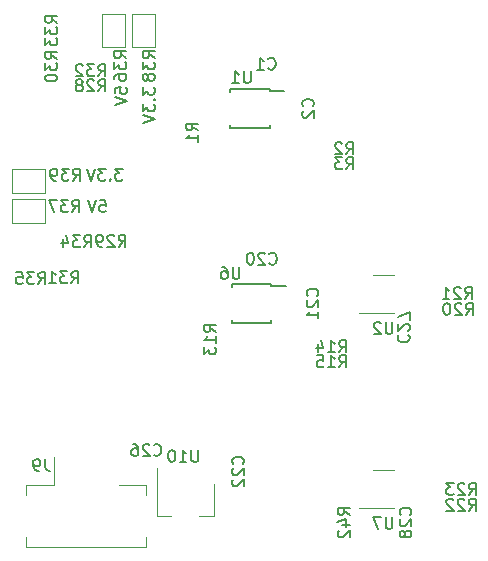
<source format=gbo>
G04 #@! TF.GenerationSoftware,KiCad,Pcbnew,(5.1.5)-3*
G04 #@! TF.CreationDate,2022-07-01T00:55:21+09:00*
G04 #@! TF.ProjectId,RP_MD,52505f4d-442e-46b6-9963-61645f706362,rev?*
G04 #@! TF.SameCoordinates,Original*
G04 #@! TF.FileFunction,Legend,Bot*
G04 #@! TF.FilePolarity,Positive*
%FSLAX46Y46*%
G04 Gerber Fmt 4.6, Leading zero omitted, Abs format (unit mm)*
G04 Created by KiCad (PCBNEW (5.1.5)-3) date 2022-07-01 00:55:21*
%MOMM*%
%LPD*%
G04 APERTURE LIST*
%ADD10C,0.150000*%
%ADD11C,0.120000*%
G04 APERTURE END LIST*
D10*
X120776976Y-70762880D02*
X121253166Y-70762880D01*
X121300785Y-71239071D01*
X121253166Y-71191452D01*
X121157928Y-71143833D01*
X120919833Y-71143833D01*
X120824595Y-71191452D01*
X120776976Y-71239071D01*
X120729357Y-71334309D01*
X120729357Y-71572404D01*
X120776976Y-71667642D01*
X120824595Y-71715261D01*
X120919833Y-71762880D01*
X121157928Y-71762880D01*
X121253166Y-71715261D01*
X121300785Y-71667642D01*
X120443642Y-70762880D02*
X120110309Y-71762880D01*
X119776976Y-70762880D01*
X122697690Y-68095880D02*
X122078642Y-68095880D01*
X122411976Y-68476833D01*
X122269119Y-68476833D01*
X122173880Y-68524452D01*
X122126261Y-68572071D01*
X122078642Y-68667309D01*
X122078642Y-68905404D01*
X122126261Y-69000642D01*
X122173880Y-69048261D01*
X122269119Y-69095880D01*
X122554833Y-69095880D01*
X122650071Y-69048261D01*
X122697690Y-69000642D01*
X121650071Y-69000642D02*
X121602452Y-69048261D01*
X121650071Y-69095880D01*
X121697690Y-69048261D01*
X121650071Y-69000642D01*
X121650071Y-69095880D01*
X121269119Y-68095880D02*
X120650071Y-68095880D01*
X120983404Y-68476833D01*
X120840547Y-68476833D01*
X120745309Y-68524452D01*
X120697690Y-68572071D01*
X120650071Y-68667309D01*
X120650071Y-68905404D01*
X120697690Y-69000642D01*
X120745309Y-69048261D01*
X120840547Y-69095880D01*
X121126261Y-69095880D01*
X121221500Y-69048261D01*
X121269119Y-69000642D01*
X120364357Y-68095880D02*
X120031023Y-69095880D01*
X119697690Y-68095880D01*
X122070880Y-61722023D02*
X122070880Y-61245833D01*
X122547071Y-61198214D01*
X122499452Y-61245833D01*
X122451833Y-61341071D01*
X122451833Y-61579166D01*
X122499452Y-61674404D01*
X122547071Y-61722023D01*
X122642309Y-61769642D01*
X122880404Y-61769642D01*
X122975642Y-61722023D01*
X123023261Y-61674404D01*
X123070880Y-61579166D01*
X123070880Y-61341071D01*
X123023261Y-61245833D01*
X122975642Y-61198214D01*
X122070880Y-62055357D02*
X123070880Y-62388690D01*
X122070880Y-62722023D01*
X124420380Y-61198309D02*
X124420380Y-61817357D01*
X124801333Y-61484023D01*
X124801333Y-61626880D01*
X124848952Y-61722119D01*
X124896571Y-61769738D01*
X124991809Y-61817357D01*
X125229904Y-61817357D01*
X125325142Y-61769738D01*
X125372761Y-61722119D01*
X125420380Y-61626880D01*
X125420380Y-61341166D01*
X125372761Y-61245928D01*
X125325142Y-61198309D01*
X125325142Y-62245928D02*
X125372761Y-62293547D01*
X125420380Y-62245928D01*
X125372761Y-62198309D01*
X125325142Y-62245928D01*
X125420380Y-62245928D01*
X124420380Y-62626880D02*
X124420380Y-63245928D01*
X124801333Y-62912595D01*
X124801333Y-63055452D01*
X124848952Y-63150690D01*
X124896571Y-63198309D01*
X124991809Y-63245928D01*
X125229904Y-63245928D01*
X125325142Y-63198309D01*
X125372761Y-63150690D01*
X125420380Y-63055452D01*
X125420380Y-62769738D01*
X125372761Y-62674500D01*
X125325142Y-62626880D01*
X124420380Y-63531642D02*
X125420380Y-63864976D01*
X124420380Y-64198309D01*
D11*
X124719000Y-100118000D02*
X124719000Y-99268000D01*
X114549000Y-100118000D02*
X124719000Y-100118000D01*
X114549000Y-99268000D02*
X114549000Y-100118000D01*
X124719000Y-94898000D02*
X122394000Y-94898000D01*
X124719000Y-95748000D02*
X124719000Y-94898000D01*
X116874000Y-94898000D02*
X116874000Y-92508000D01*
X114549000Y-94898000D02*
X116874000Y-94898000D01*
X114549000Y-95748000D02*
X114549000Y-94898000D01*
X125616000Y-97474500D02*
X126816000Y-97474500D01*
X125616000Y-93474500D02*
X125616000Y-97474500D01*
X130416000Y-97474500D02*
X130416000Y-94774500D01*
X129216000Y-97474500D02*
X130416000Y-97474500D01*
X116170000Y-68160000D02*
X113370000Y-68160000D01*
X113370000Y-68160000D02*
X113370000Y-70160000D01*
X113370000Y-70160000D02*
X116170000Y-70160000D01*
X116170000Y-70160000D02*
X116170000Y-68160000D01*
X125460000Y-57780000D02*
X125460000Y-54980000D01*
X125460000Y-54980000D02*
X123460000Y-54980000D01*
X123460000Y-54980000D02*
X123460000Y-57780000D01*
X123460000Y-57780000D02*
X125460000Y-57780000D01*
X116170000Y-70700000D02*
X113370000Y-70700000D01*
X113370000Y-70700000D02*
X113370000Y-72700000D01*
X113370000Y-72700000D02*
X116170000Y-72700000D01*
X116170000Y-72700000D02*
X116170000Y-70700000D01*
X122920000Y-57780000D02*
X122920000Y-54980000D01*
X122920000Y-54980000D02*
X120920000Y-54980000D01*
X120920000Y-54980000D02*
X120920000Y-57780000D01*
X120920000Y-57780000D02*
X122920000Y-57780000D01*
D10*
X135152000Y-61317000D02*
X135152000Y-61542000D01*
X131802000Y-61317000D02*
X131802000Y-61617000D01*
X131802000Y-64667000D02*
X131802000Y-64367000D01*
X135152000Y-64667000D02*
X135152000Y-64367000D01*
X135152000Y-61317000D02*
X131802000Y-61317000D01*
X135152000Y-64667000D02*
X131802000Y-64667000D01*
X135152000Y-61542000D02*
X136377000Y-61542000D01*
X135279000Y-78052000D02*
X136504000Y-78052000D01*
X135279000Y-81177000D02*
X131929000Y-81177000D01*
X135279000Y-77827000D02*
X131929000Y-77827000D01*
X135279000Y-81177000D02*
X135279000Y-80877000D01*
X131929000Y-81177000D02*
X131929000Y-80877000D01*
X131929000Y-77827000D02*
X131929000Y-78127000D01*
X135279000Y-77827000D02*
X135279000Y-78052000D01*
D11*
X145680000Y-80350000D02*
X142730000Y-80350000D01*
X143880000Y-77130000D02*
X145680000Y-77130000D01*
X143880000Y-93640000D02*
X145680000Y-93640000D01*
X145680000Y-96860000D02*
X142730000Y-96860000D01*
D10*
X116157333Y-92670380D02*
X116157333Y-93384666D01*
X116204952Y-93527523D01*
X116300190Y-93622761D01*
X116443047Y-93670380D01*
X116538285Y-93670380D01*
X115633523Y-93670380D02*
X115443047Y-93670380D01*
X115347809Y-93622761D01*
X115300190Y-93575142D01*
X115204952Y-93432285D01*
X115157333Y-93241809D01*
X115157333Y-92860857D01*
X115204952Y-92765619D01*
X115252571Y-92718000D01*
X115347809Y-92670380D01*
X115538285Y-92670380D01*
X115633523Y-92718000D01*
X115681142Y-92765619D01*
X115728761Y-92860857D01*
X115728761Y-93098952D01*
X115681142Y-93194190D01*
X115633523Y-93241809D01*
X115538285Y-93289428D01*
X115347809Y-93289428D01*
X115252571Y-93241809D01*
X115204952Y-93194190D01*
X115157333Y-93098952D01*
X129105595Y-91908380D02*
X129105595Y-92717904D01*
X129057976Y-92813142D01*
X129010357Y-92860761D01*
X128915119Y-92908380D01*
X128724642Y-92908380D01*
X128629404Y-92860761D01*
X128581785Y-92813142D01*
X128534166Y-92717904D01*
X128534166Y-91908380D01*
X127534166Y-92908380D02*
X128105595Y-92908380D01*
X127819880Y-92908380D02*
X127819880Y-91908380D01*
X127915119Y-92051238D01*
X128010357Y-92146476D01*
X128105595Y-92194095D01*
X126915119Y-91908380D02*
X126819880Y-91908380D01*
X126724642Y-91956000D01*
X126677023Y-92003619D01*
X126629404Y-92098857D01*
X126581785Y-92289333D01*
X126581785Y-92527428D01*
X126629404Y-92717904D01*
X126677023Y-92813142D01*
X126724642Y-92860761D01*
X126819880Y-92908380D01*
X126915119Y-92908380D01*
X127010357Y-92860761D01*
X127057976Y-92813142D01*
X127105595Y-92717904D01*
X127153214Y-92527428D01*
X127153214Y-92289333D01*
X127105595Y-92098857D01*
X127057976Y-92003619D01*
X127010357Y-91956000D01*
X126915119Y-91908380D01*
X125356857Y-92305142D02*
X125404476Y-92352761D01*
X125547333Y-92400380D01*
X125642571Y-92400380D01*
X125785428Y-92352761D01*
X125880666Y-92257523D01*
X125928285Y-92162285D01*
X125975904Y-91971809D01*
X125975904Y-91828952D01*
X125928285Y-91638476D01*
X125880666Y-91543238D01*
X125785428Y-91448000D01*
X125642571Y-91400380D01*
X125547333Y-91400380D01*
X125404476Y-91448000D01*
X125356857Y-91495619D01*
X124975904Y-91495619D02*
X124928285Y-91448000D01*
X124833047Y-91400380D01*
X124594952Y-91400380D01*
X124499714Y-91448000D01*
X124452095Y-91495619D01*
X124404476Y-91590857D01*
X124404476Y-91686095D01*
X124452095Y-91828952D01*
X125023523Y-92400380D01*
X124404476Y-92400380D01*
X123547333Y-91400380D02*
X123737809Y-91400380D01*
X123833047Y-91448000D01*
X123880666Y-91495619D01*
X123975904Y-91638476D01*
X124023523Y-91828952D01*
X124023523Y-92209904D01*
X123975904Y-92305142D01*
X123928285Y-92352761D01*
X123833047Y-92400380D01*
X123642571Y-92400380D01*
X123547333Y-92352761D01*
X123499714Y-92305142D01*
X123452095Y-92209904D01*
X123452095Y-91971809D01*
X123499714Y-91876571D01*
X123547333Y-91828952D01*
X123642571Y-91781333D01*
X123833047Y-91781333D01*
X123928285Y-91828952D01*
X123975904Y-91876571D01*
X124023523Y-91971809D01*
X132881642Y-93083142D02*
X132929261Y-93035523D01*
X132976880Y-92892666D01*
X132976880Y-92797428D01*
X132929261Y-92654571D01*
X132834023Y-92559333D01*
X132738785Y-92511714D01*
X132548309Y-92464095D01*
X132405452Y-92464095D01*
X132214976Y-92511714D01*
X132119738Y-92559333D01*
X132024500Y-92654571D01*
X131976880Y-92797428D01*
X131976880Y-92892666D01*
X132024500Y-93035523D01*
X132072119Y-93083142D01*
X132072119Y-93464095D02*
X132024500Y-93511714D01*
X131976880Y-93606952D01*
X131976880Y-93845047D01*
X132024500Y-93940285D01*
X132072119Y-93987904D01*
X132167357Y-94035523D01*
X132262595Y-94035523D01*
X132405452Y-93987904D01*
X132976880Y-93416476D01*
X132976880Y-94035523D01*
X132072119Y-94416476D02*
X132024500Y-94464095D01*
X131976880Y-94559333D01*
X131976880Y-94797428D01*
X132024500Y-94892666D01*
X132072119Y-94940285D01*
X132167357Y-94987904D01*
X132262595Y-94987904D01*
X132405452Y-94940285D01*
X132976880Y-94368857D01*
X132976880Y-94987904D01*
X141041357Y-84907380D02*
X141374690Y-84431190D01*
X141612785Y-84907380D02*
X141612785Y-83907380D01*
X141231833Y-83907380D01*
X141136595Y-83955000D01*
X141088976Y-84002619D01*
X141041357Y-84097857D01*
X141041357Y-84240714D01*
X141088976Y-84335952D01*
X141136595Y-84383571D01*
X141231833Y-84431190D01*
X141612785Y-84431190D01*
X140088976Y-84907380D02*
X140660404Y-84907380D01*
X140374690Y-84907380D02*
X140374690Y-83907380D01*
X140469928Y-84050238D01*
X140565166Y-84145476D01*
X140660404Y-84193095D01*
X139184214Y-83907380D02*
X139660404Y-83907380D01*
X139708023Y-84383571D01*
X139660404Y-84335952D01*
X139565166Y-84288333D01*
X139327071Y-84288333D01*
X139231833Y-84335952D01*
X139184214Y-84383571D01*
X139136595Y-84478809D01*
X139136595Y-84716904D01*
X139184214Y-84812142D01*
X139231833Y-84859761D01*
X139327071Y-84907380D01*
X139565166Y-84907380D01*
X139660404Y-84859761D01*
X139708023Y-84812142D01*
X118498857Y-69095880D02*
X118832190Y-68619690D01*
X119070285Y-69095880D02*
X119070285Y-68095880D01*
X118689333Y-68095880D01*
X118594095Y-68143500D01*
X118546476Y-68191119D01*
X118498857Y-68286357D01*
X118498857Y-68429214D01*
X118546476Y-68524452D01*
X118594095Y-68572071D01*
X118689333Y-68619690D01*
X119070285Y-68619690D01*
X118165523Y-68095880D02*
X117546476Y-68095880D01*
X117879809Y-68476833D01*
X117736952Y-68476833D01*
X117641714Y-68524452D01*
X117594095Y-68572071D01*
X117546476Y-68667309D01*
X117546476Y-68905404D01*
X117594095Y-69000642D01*
X117641714Y-69048261D01*
X117736952Y-69095880D01*
X118022666Y-69095880D01*
X118117904Y-69048261D01*
X118165523Y-69000642D01*
X117070285Y-69095880D02*
X116879809Y-69095880D01*
X116784571Y-69048261D01*
X116736952Y-69000642D01*
X116641714Y-68857785D01*
X116594095Y-68667309D01*
X116594095Y-68286357D01*
X116641714Y-68191119D01*
X116689333Y-68143500D01*
X116784571Y-68095880D01*
X116975047Y-68095880D01*
X117070285Y-68143500D01*
X117117904Y-68191119D01*
X117165523Y-68286357D01*
X117165523Y-68524452D01*
X117117904Y-68619690D01*
X117070285Y-68667309D01*
X116975047Y-68714928D01*
X116784571Y-68714928D01*
X116689333Y-68667309D01*
X116641714Y-68619690D01*
X116594095Y-68524452D01*
X125420380Y-58729642D02*
X124944190Y-58396309D01*
X125420380Y-58158214D02*
X124420380Y-58158214D01*
X124420380Y-58539166D01*
X124468000Y-58634404D01*
X124515619Y-58682023D01*
X124610857Y-58729642D01*
X124753714Y-58729642D01*
X124848952Y-58682023D01*
X124896571Y-58634404D01*
X124944190Y-58539166D01*
X124944190Y-58158214D01*
X124420380Y-59062976D02*
X124420380Y-59682023D01*
X124801333Y-59348690D01*
X124801333Y-59491547D01*
X124848952Y-59586785D01*
X124896571Y-59634404D01*
X124991809Y-59682023D01*
X125229904Y-59682023D01*
X125325142Y-59634404D01*
X125372761Y-59586785D01*
X125420380Y-59491547D01*
X125420380Y-59205833D01*
X125372761Y-59110595D01*
X125325142Y-59062976D01*
X124848952Y-60253452D02*
X124801333Y-60158214D01*
X124753714Y-60110595D01*
X124658476Y-60062976D01*
X124610857Y-60062976D01*
X124515619Y-60110595D01*
X124468000Y-60158214D01*
X124420380Y-60253452D01*
X124420380Y-60443928D01*
X124468000Y-60539166D01*
X124515619Y-60586785D01*
X124610857Y-60634404D01*
X124658476Y-60634404D01*
X124753714Y-60586785D01*
X124801333Y-60539166D01*
X124848952Y-60443928D01*
X124848952Y-60253452D01*
X124896571Y-60158214D01*
X124944190Y-60110595D01*
X125039428Y-60062976D01*
X125229904Y-60062976D01*
X125325142Y-60110595D01*
X125372761Y-60158214D01*
X125420380Y-60253452D01*
X125420380Y-60443928D01*
X125372761Y-60539166D01*
X125325142Y-60586785D01*
X125229904Y-60634404D01*
X125039428Y-60634404D01*
X124944190Y-60586785D01*
X124896571Y-60539166D01*
X124848952Y-60443928D01*
X118435357Y-71762880D02*
X118768690Y-71286690D01*
X119006785Y-71762880D02*
X119006785Y-70762880D01*
X118625833Y-70762880D01*
X118530595Y-70810500D01*
X118482976Y-70858119D01*
X118435357Y-70953357D01*
X118435357Y-71096214D01*
X118482976Y-71191452D01*
X118530595Y-71239071D01*
X118625833Y-71286690D01*
X119006785Y-71286690D01*
X118102023Y-70762880D02*
X117482976Y-70762880D01*
X117816309Y-71143833D01*
X117673452Y-71143833D01*
X117578214Y-71191452D01*
X117530595Y-71239071D01*
X117482976Y-71334309D01*
X117482976Y-71572404D01*
X117530595Y-71667642D01*
X117578214Y-71715261D01*
X117673452Y-71762880D01*
X117959166Y-71762880D01*
X118054404Y-71715261D01*
X118102023Y-71667642D01*
X117149642Y-70762880D02*
X116482976Y-70762880D01*
X116911547Y-71762880D01*
X123007380Y-58729642D02*
X122531190Y-58396309D01*
X123007380Y-58158214D02*
X122007380Y-58158214D01*
X122007380Y-58539166D01*
X122055000Y-58634404D01*
X122102619Y-58682023D01*
X122197857Y-58729642D01*
X122340714Y-58729642D01*
X122435952Y-58682023D01*
X122483571Y-58634404D01*
X122531190Y-58539166D01*
X122531190Y-58158214D01*
X122007380Y-59062976D02*
X122007380Y-59682023D01*
X122388333Y-59348690D01*
X122388333Y-59491547D01*
X122435952Y-59586785D01*
X122483571Y-59634404D01*
X122578809Y-59682023D01*
X122816904Y-59682023D01*
X122912142Y-59634404D01*
X122959761Y-59586785D01*
X123007380Y-59491547D01*
X123007380Y-59205833D01*
X122959761Y-59110595D01*
X122912142Y-59062976D01*
X122007380Y-60539166D02*
X122007380Y-60348690D01*
X122055000Y-60253452D01*
X122102619Y-60205833D01*
X122245476Y-60110595D01*
X122435952Y-60062976D01*
X122816904Y-60062976D01*
X122912142Y-60110595D01*
X122959761Y-60158214D01*
X123007380Y-60253452D01*
X123007380Y-60443928D01*
X122959761Y-60539166D01*
X122912142Y-60586785D01*
X122816904Y-60634404D01*
X122578809Y-60634404D01*
X122483571Y-60586785D01*
X122435952Y-60539166D01*
X122388333Y-60443928D01*
X122388333Y-60253452D01*
X122435952Y-60158214D01*
X122483571Y-60110595D01*
X122578809Y-60062976D01*
X115577857Y-77858880D02*
X115911190Y-77382690D01*
X116149285Y-77858880D02*
X116149285Y-76858880D01*
X115768333Y-76858880D01*
X115673095Y-76906500D01*
X115625476Y-76954119D01*
X115577857Y-77049357D01*
X115577857Y-77192214D01*
X115625476Y-77287452D01*
X115673095Y-77335071D01*
X115768333Y-77382690D01*
X116149285Y-77382690D01*
X115244523Y-76858880D02*
X114625476Y-76858880D01*
X114958809Y-77239833D01*
X114815952Y-77239833D01*
X114720714Y-77287452D01*
X114673095Y-77335071D01*
X114625476Y-77430309D01*
X114625476Y-77668404D01*
X114673095Y-77763642D01*
X114720714Y-77811261D01*
X114815952Y-77858880D01*
X115101666Y-77858880D01*
X115196904Y-77811261D01*
X115244523Y-77763642D01*
X113720714Y-76858880D02*
X114196904Y-76858880D01*
X114244523Y-77335071D01*
X114196904Y-77287452D01*
X114101666Y-77239833D01*
X113863571Y-77239833D01*
X113768333Y-77287452D01*
X113720714Y-77335071D01*
X113673095Y-77430309D01*
X113673095Y-77668404D01*
X113720714Y-77763642D01*
X113768333Y-77811261D01*
X113863571Y-77858880D01*
X114101666Y-77858880D01*
X114196904Y-77811261D01*
X114244523Y-77763642D01*
X119451357Y-74747380D02*
X119784690Y-74271190D01*
X120022785Y-74747380D02*
X120022785Y-73747380D01*
X119641833Y-73747380D01*
X119546595Y-73795000D01*
X119498976Y-73842619D01*
X119451357Y-73937857D01*
X119451357Y-74080714D01*
X119498976Y-74175952D01*
X119546595Y-74223571D01*
X119641833Y-74271190D01*
X120022785Y-74271190D01*
X119118023Y-73747380D02*
X118498976Y-73747380D01*
X118832309Y-74128333D01*
X118689452Y-74128333D01*
X118594214Y-74175952D01*
X118546595Y-74223571D01*
X118498976Y-74318809D01*
X118498976Y-74556904D01*
X118546595Y-74652142D01*
X118594214Y-74699761D01*
X118689452Y-74747380D01*
X118975166Y-74747380D01*
X119070404Y-74699761D01*
X119118023Y-74652142D01*
X117641833Y-74080714D02*
X117641833Y-74747380D01*
X117879928Y-73699761D02*
X118118023Y-74414047D01*
X117498976Y-74414047D01*
X117165380Y-55745142D02*
X116689190Y-55411809D01*
X117165380Y-55173714D02*
X116165380Y-55173714D01*
X116165380Y-55554666D01*
X116213000Y-55649904D01*
X116260619Y-55697523D01*
X116355857Y-55745142D01*
X116498714Y-55745142D01*
X116593952Y-55697523D01*
X116641571Y-55649904D01*
X116689190Y-55554666D01*
X116689190Y-55173714D01*
X116165380Y-56078476D02*
X116165380Y-56697523D01*
X116546333Y-56364190D01*
X116546333Y-56507047D01*
X116593952Y-56602285D01*
X116641571Y-56649904D01*
X116736809Y-56697523D01*
X116974904Y-56697523D01*
X117070142Y-56649904D01*
X117117761Y-56602285D01*
X117165380Y-56507047D01*
X117165380Y-56221333D01*
X117117761Y-56126095D01*
X117070142Y-56078476D01*
X116165380Y-57030857D02*
X116165380Y-57649904D01*
X116546333Y-57316571D01*
X116546333Y-57459428D01*
X116593952Y-57554666D01*
X116641571Y-57602285D01*
X116736809Y-57649904D01*
X116974904Y-57649904D01*
X117070142Y-57602285D01*
X117117761Y-57554666D01*
X117165380Y-57459428D01*
X117165380Y-57173714D01*
X117117761Y-57078476D01*
X117070142Y-57030857D01*
X120657857Y-60269380D02*
X120991190Y-59793190D01*
X121229285Y-60269380D02*
X121229285Y-59269380D01*
X120848333Y-59269380D01*
X120753095Y-59317000D01*
X120705476Y-59364619D01*
X120657857Y-59459857D01*
X120657857Y-59602714D01*
X120705476Y-59697952D01*
X120753095Y-59745571D01*
X120848333Y-59793190D01*
X121229285Y-59793190D01*
X120324523Y-59269380D02*
X119705476Y-59269380D01*
X120038809Y-59650333D01*
X119895952Y-59650333D01*
X119800714Y-59697952D01*
X119753095Y-59745571D01*
X119705476Y-59840809D01*
X119705476Y-60078904D01*
X119753095Y-60174142D01*
X119800714Y-60221761D01*
X119895952Y-60269380D01*
X120181666Y-60269380D01*
X120276904Y-60221761D01*
X120324523Y-60174142D01*
X119324523Y-59364619D02*
X119276904Y-59317000D01*
X119181666Y-59269380D01*
X118943571Y-59269380D01*
X118848333Y-59317000D01*
X118800714Y-59364619D01*
X118753095Y-59459857D01*
X118753095Y-59555095D01*
X118800714Y-59697952D01*
X119372142Y-60269380D01*
X118753095Y-60269380D01*
X118371857Y-77795380D02*
X118705190Y-77319190D01*
X118943285Y-77795380D02*
X118943285Y-76795380D01*
X118562333Y-76795380D01*
X118467095Y-76843000D01*
X118419476Y-76890619D01*
X118371857Y-76985857D01*
X118371857Y-77128714D01*
X118419476Y-77223952D01*
X118467095Y-77271571D01*
X118562333Y-77319190D01*
X118943285Y-77319190D01*
X118038523Y-76795380D02*
X117419476Y-76795380D01*
X117752809Y-77176333D01*
X117609952Y-77176333D01*
X117514714Y-77223952D01*
X117467095Y-77271571D01*
X117419476Y-77366809D01*
X117419476Y-77604904D01*
X117467095Y-77700142D01*
X117514714Y-77747761D01*
X117609952Y-77795380D01*
X117895666Y-77795380D01*
X117990904Y-77747761D01*
X118038523Y-77700142D01*
X116467095Y-77795380D02*
X117038523Y-77795380D01*
X116752809Y-77795380D02*
X116752809Y-76795380D01*
X116848047Y-76938238D01*
X116943285Y-77033476D01*
X117038523Y-77081095D01*
X117138380Y-58793142D02*
X116662190Y-58459809D01*
X117138380Y-58221714D02*
X116138380Y-58221714D01*
X116138380Y-58602666D01*
X116186000Y-58697904D01*
X116233619Y-58745523D01*
X116328857Y-58793142D01*
X116471714Y-58793142D01*
X116566952Y-58745523D01*
X116614571Y-58697904D01*
X116662190Y-58602666D01*
X116662190Y-58221714D01*
X116138380Y-59126476D02*
X116138380Y-59745523D01*
X116519333Y-59412190D01*
X116519333Y-59555047D01*
X116566952Y-59650285D01*
X116614571Y-59697904D01*
X116709809Y-59745523D01*
X116947904Y-59745523D01*
X117043142Y-59697904D01*
X117090761Y-59650285D01*
X117138380Y-59555047D01*
X117138380Y-59269333D01*
X117090761Y-59174095D01*
X117043142Y-59126476D01*
X116138380Y-60364571D02*
X116138380Y-60459809D01*
X116186000Y-60555047D01*
X116233619Y-60602666D01*
X116328857Y-60650285D01*
X116519333Y-60697904D01*
X116757428Y-60697904D01*
X116947904Y-60650285D01*
X117043142Y-60602666D01*
X117090761Y-60555047D01*
X117138380Y-60459809D01*
X117138380Y-60364571D01*
X117090761Y-60269333D01*
X117043142Y-60221714D01*
X116947904Y-60174095D01*
X116757428Y-60126476D01*
X116519333Y-60126476D01*
X116328857Y-60174095D01*
X116233619Y-60221714D01*
X116186000Y-60269333D01*
X116138380Y-60364571D01*
X122372357Y-74683880D02*
X122705690Y-74207690D01*
X122943785Y-74683880D02*
X122943785Y-73683880D01*
X122562833Y-73683880D01*
X122467595Y-73731500D01*
X122419976Y-73779119D01*
X122372357Y-73874357D01*
X122372357Y-74017214D01*
X122419976Y-74112452D01*
X122467595Y-74160071D01*
X122562833Y-74207690D01*
X122943785Y-74207690D01*
X121991404Y-73779119D02*
X121943785Y-73731500D01*
X121848547Y-73683880D01*
X121610452Y-73683880D01*
X121515214Y-73731500D01*
X121467595Y-73779119D01*
X121419976Y-73874357D01*
X121419976Y-73969595D01*
X121467595Y-74112452D01*
X122039023Y-74683880D01*
X121419976Y-74683880D01*
X120943785Y-74683880D02*
X120753309Y-74683880D01*
X120658071Y-74636261D01*
X120610452Y-74588642D01*
X120515214Y-74445785D01*
X120467595Y-74255309D01*
X120467595Y-73874357D01*
X120515214Y-73779119D01*
X120562833Y-73731500D01*
X120658071Y-73683880D01*
X120848547Y-73683880D01*
X120943785Y-73731500D01*
X120991404Y-73779119D01*
X121039023Y-73874357D01*
X121039023Y-74112452D01*
X120991404Y-74207690D01*
X120943785Y-74255309D01*
X120848547Y-74302928D01*
X120658071Y-74302928D01*
X120562833Y-74255309D01*
X120515214Y-74207690D01*
X120467595Y-74112452D01*
X120657857Y-61539380D02*
X120991190Y-61063190D01*
X121229285Y-61539380D02*
X121229285Y-60539380D01*
X120848333Y-60539380D01*
X120753095Y-60587000D01*
X120705476Y-60634619D01*
X120657857Y-60729857D01*
X120657857Y-60872714D01*
X120705476Y-60967952D01*
X120753095Y-61015571D01*
X120848333Y-61063190D01*
X121229285Y-61063190D01*
X120276904Y-60634619D02*
X120229285Y-60587000D01*
X120134047Y-60539380D01*
X119895952Y-60539380D01*
X119800714Y-60587000D01*
X119753095Y-60634619D01*
X119705476Y-60729857D01*
X119705476Y-60825095D01*
X119753095Y-60967952D01*
X120324523Y-61539380D01*
X119705476Y-61539380D01*
X119134047Y-60967952D02*
X119229285Y-60920333D01*
X119276904Y-60872714D01*
X119324523Y-60777476D01*
X119324523Y-60729857D01*
X119276904Y-60634619D01*
X119229285Y-60587000D01*
X119134047Y-60539380D01*
X118943571Y-60539380D01*
X118848333Y-60587000D01*
X118800714Y-60634619D01*
X118753095Y-60729857D01*
X118753095Y-60777476D01*
X118800714Y-60872714D01*
X118848333Y-60920333D01*
X118943571Y-60967952D01*
X119134047Y-60967952D01*
X119229285Y-61015571D01*
X119276904Y-61063190D01*
X119324523Y-61158428D01*
X119324523Y-61348904D01*
X119276904Y-61444142D01*
X119229285Y-61491761D01*
X119134047Y-61539380D01*
X118943571Y-61539380D01*
X118848333Y-61491761D01*
X118800714Y-61444142D01*
X118753095Y-61348904D01*
X118753095Y-61158428D01*
X118800714Y-61063190D01*
X118848333Y-61015571D01*
X118943571Y-60967952D01*
X135040666Y-59602642D02*
X135088285Y-59650261D01*
X135231142Y-59697880D01*
X135326380Y-59697880D01*
X135469238Y-59650261D01*
X135564476Y-59555023D01*
X135612095Y-59459785D01*
X135659714Y-59269309D01*
X135659714Y-59126452D01*
X135612095Y-58935976D01*
X135564476Y-58840738D01*
X135469238Y-58745500D01*
X135326380Y-58697880D01*
X135231142Y-58697880D01*
X135088285Y-58745500D01*
X135040666Y-58793119D01*
X134088285Y-59697880D02*
X134659714Y-59697880D01*
X134374000Y-59697880D02*
X134374000Y-58697880D01*
X134469238Y-58840738D01*
X134564476Y-58935976D01*
X134659714Y-58983595D01*
X138814142Y-62825333D02*
X138861761Y-62777714D01*
X138909380Y-62634857D01*
X138909380Y-62539619D01*
X138861761Y-62396761D01*
X138766523Y-62301523D01*
X138671285Y-62253904D01*
X138480809Y-62206285D01*
X138337952Y-62206285D01*
X138147476Y-62253904D01*
X138052238Y-62301523D01*
X137957000Y-62396761D01*
X137909380Y-62539619D01*
X137909380Y-62634857D01*
X137957000Y-62777714D01*
X138004619Y-62825333D01*
X138004619Y-63206285D02*
X137957000Y-63253904D01*
X137909380Y-63349142D01*
X137909380Y-63587238D01*
X137957000Y-63682476D01*
X138004619Y-63730095D01*
X138099857Y-63777714D01*
X138195095Y-63777714D01*
X138337952Y-63730095D01*
X138909380Y-63158666D01*
X138909380Y-63777714D01*
X135135857Y-76112642D02*
X135183476Y-76160261D01*
X135326333Y-76207880D01*
X135421571Y-76207880D01*
X135564428Y-76160261D01*
X135659666Y-76065023D01*
X135707285Y-75969785D01*
X135754904Y-75779309D01*
X135754904Y-75636452D01*
X135707285Y-75445976D01*
X135659666Y-75350738D01*
X135564428Y-75255500D01*
X135421571Y-75207880D01*
X135326333Y-75207880D01*
X135183476Y-75255500D01*
X135135857Y-75303119D01*
X134754904Y-75303119D02*
X134707285Y-75255500D01*
X134612047Y-75207880D01*
X134373952Y-75207880D01*
X134278714Y-75255500D01*
X134231095Y-75303119D01*
X134183476Y-75398357D01*
X134183476Y-75493595D01*
X134231095Y-75636452D01*
X134802523Y-76207880D01*
X134183476Y-76207880D01*
X133564428Y-75207880D02*
X133469190Y-75207880D01*
X133373952Y-75255500D01*
X133326333Y-75303119D01*
X133278714Y-75398357D01*
X133231095Y-75588833D01*
X133231095Y-75826928D01*
X133278714Y-76017404D01*
X133326333Y-76112642D01*
X133373952Y-76160261D01*
X133469190Y-76207880D01*
X133564428Y-76207880D01*
X133659666Y-76160261D01*
X133707285Y-76112642D01*
X133754904Y-76017404D01*
X133802523Y-75826928D01*
X133802523Y-75588833D01*
X133754904Y-75398357D01*
X133707285Y-75303119D01*
X133659666Y-75255500D01*
X133564428Y-75207880D01*
X139195142Y-78859142D02*
X139242761Y-78811523D01*
X139290380Y-78668666D01*
X139290380Y-78573428D01*
X139242761Y-78430571D01*
X139147523Y-78335333D01*
X139052285Y-78287714D01*
X138861809Y-78240095D01*
X138718952Y-78240095D01*
X138528476Y-78287714D01*
X138433238Y-78335333D01*
X138338000Y-78430571D01*
X138290380Y-78573428D01*
X138290380Y-78668666D01*
X138338000Y-78811523D01*
X138385619Y-78859142D01*
X138385619Y-79240095D02*
X138338000Y-79287714D01*
X138290380Y-79382952D01*
X138290380Y-79621047D01*
X138338000Y-79716285D01*
X138385619Y-79763904D01*
X138480857Y-79811523D01*
X138576095Y-79811523D01*
X138718952Y-79763904D01*
X139290380Y-79192476D01*
X139290380Y-79811523D01*
X139290380Y-80763904D02*
X139290380Y-80192476D01*
X139290380Y-80478190D02*
X138290380Y-80478190D01*
X138433238Y-80382952D01*
X138528476Y-80287714D01*
X138576095Y-80192476D01*
X129076380Y-64857333D02*
X128600190Y-64524000D01*
X129076380Y-64285904D02*
X128076380Y-64285904D01*
X128076380Y-64666857D01*
X128124000Y-64762095D01*
X128171619Y-64809714D01*
X128266857Y-64857333D01*
X128409714Y-64857333D01*
X128504952Y-64809714D01*
X128552571Y-64762095D01*
X128600190Y-64666857D01*
X128600190Y-64285904D01*
X129076380Y-65809714D02*
X129076380Y-65238285D01*
X129076380Y-65524000D02*
X128076380Y-65524000D01*
X128219238Y-65428761D01*
X128314476Y-65333523D01*
X128362095Y-65238285D01*
X141644666Y-66873380D02*
X141978000Y-66397190D01*
X142216095Y-66873380D02*
X142216095Y-65873380D01*
X141835142Y-65873380D01*
X141739904Y-65921000D01*
X141692285Y-65968619D01*
X141644666Y-66063857D01*
X141644666Y-66206714D01*
X141692285Y-66301952D01*
X141739904Y-66349571D01*
X141835142Y-66397190D01*
X142216095Y-66397190D01*
X141263714Y-65968619D02*
X141216095Y-65921000D01*
X141120857Y-65873380D01*
X140882761Y-65873380D01*
X140787523Y-65921000D01*
X140739904Y-65968619D01*
X140692285Y-66063857D01*
X140692285Y-66159095D01*
X140739904Y-66301952D01*
X141311333Y-66873380D01*
X140692285Y-66873380D01*
X141644666Y-68143380D02*
X141978000Y-67667190D01*
X142216095Y-68143380D02*
X142216095Y-67143380D01*
X141835142Y-67143380D01*
X141739904Y-67191000D01*
X141692285Y-67238619D01*
X141644666Y-67333857D01*
X141644666Y-67476714D01*
X141692285Y-67571952D01*
X141739904Y-67619571D01*
X141835142Y-67667190D01*
X142216095Y-67667190D01*
X141311333Y-67143380D02*
X140692285Y-67143380D01*
X141025619Y-67524333D01*
X140882761Y-67524333D01*
X140787523Y-67571952D01*
X140739904Y-67619571D01*
X140692285Y-67714809D01*
X140692285Y-67952904D01*
X140739904Y-68048142D01*
X140787523Y-68095761D01*
X140882761Y-68143380D01*
X141168476Y-68143380D01*
X141263714Y-68095761D01*
X141311333Y-68048142D01*
X130600380Y-81907142D02*
X130124190Y-81573809D01*
X130600380Y-81335714D02*
X129600380Y-81335714D01*
X129600380Y-81716666D01*
X129648000Y-81811904D01*
X129695619Y-81859523D01*
X129790857Y-81907142D01*
X129933714Y-81907142D01*
X130028952Y-81859523D01*
X130076571Y-81811904D01*
X130124190Y-81716666D01*
X130124190Y-81335714D01*
X130600380Y-82859523D02*
X130600380Y-82288095D01*
X130600380Y-82573809D02*
X129600380Y-82573809D01*
X129743238Y-82478571D01*
X129838476Y-82383333D01*
X129886095Y-82288095D01*
X129600380Y-83192857D02*
X129600380Y-83811904D01*
X129981333Y-83478571D01*
X129981333Y-83621428D01*
X130028952Y-83716666D01*
X130076571Y-83764285D01*
X130171809Y-83811904D01*
X130409904Y-83811904D01*
X130505142Y-83764285D01*
X130552761Y-83716666D01*
X130600380Y-83621428D01*
X130600380Y-83335714D01*
X130552761Y-83240476D01*
X130505142Y-83192857D01*
X141041357Y-83637380D02*
X141374690Y-83161190D01*
X141612785Y-83637380D02*
X141612785Y-82637380D01*
X141231833Y-82637380D01*
X141136595Y-82685000D01*
X141088976Y-82732619D01*
X141041357Y-82827857D01*
X141041357Y-82970714D01*
X141088976Y-83065952D01*
X141136595Y-83113571D01*
X141231833Y-83161190D01*
X141612785Y-83161190D01*
X140088976Y-83637380D02*
X140660404Y-83637380D01*
X140374690Y-83637380D02*
X140374690Y-82637380D01*
X140469928Y-82780238D01*
X140565166Y-82875476D01*
X140660404Y-82923095D01*
X139231833Y-82970714D02*
X139231833Y-83637380D01*
X139469928Y-82589761D02*
X139708023Y-83304047D01*
X139088976Y-83304047D01*
X133540404Y-59844380D02*
X133540404Y-60653904D01*
X133492785Y-60749142D01*
X133445166Y-60796761D01*
X133349928Y-60844380D01*
X133159452Y-60844380D01*
X133064214Y-60796761D01*
X133016595Y-60749142D01*
X132968976Y-60653904D01*
X132968976Y-59844380D01*
X131968976Y-60844380D02*
X132540404Y-60844380D01*
X132254690Y-60844380D02*
X132254690Y-59844380D01*
X132349928Y-59987238D01*
X132445166Y-60082476D01*
X132540404Y-60130095D01*
X132587904Y-76414380D02*
X132587904Y-77223904D01*
X132540285Y-77319142D01*
X132492666Y-77366761D01*
X132397428Y-77414380D01*
X132206952Y-77414380D01*
X132111714Y-77366761D01*
X132064095Y-77319142D01*
X132016476Y-77223904D01*
X132016476Y-76414380D01*
X131111714Y-76414380D02*
X131302190Y-76414380D01*
X131397428Y-76462000D01*
X131445047Y-76509619D01*
X131540285Y-76652476D01*
X131587904Y-76842952D01*
X131587904Y-77223904D01*
X131540285Y-77319142D01*
X131492666Y-77366761D01*
X131397428Y-77414380D01*
X131206952Y-77414380D01*
X131111714Y-77366761D01*
X131064095Y-77319142D01*
X131016476Y-77223904D01*
X131016476Y-76985809D01*
X131064095Y-76890571D01*
X131111714Y-76842952D01*
X131206952Y-76795333D01*
X131397428Y-76795333D01*
X131492666Y-76842952D01*
X131540285Y-76890571D01*
X131587904Y-76985809D01*
X151772857Y-80462380D02*
X152106190Y-79986190D01*
X152344285Y-80462380D02*
X152344285Y-79462380D01*
X151963333Y-79462380D01*
X151868095Y-79510000D01*
X151820476Y-79557619D01*
X151772857Y-79652857D01*
X151772857Y-79795714D01*
X151820476Y-79890952D01*
X151868095Y-79938571D01*
X151963333Y-79986190D01*
X152344285Y-79986190D01*
X151391904Y-79557619D02*
X151344285Y-79510000D01*
X151249047Y-79462380D01*
X151010952Y-79462380D01*
X150915714Y-79510000D01*
X150868095Y-79557619D01*
X150820476Y-79652857D01*
X150820476Y-79748095D01*
X150868095Y-79890952D01*
X151439523Y-80462380D01*
X150820476Y-80462380D01*
X150201428Y-79462380D02*
X150106190Y-79462380D01*
X150010952Y-79510000D01*
X149963333Y-79557619D01*
X149915714Y-79652857D01*
X149868095Y-79843333D01*
X149868095Y-80081428D01*
X149915714Y-80271904D01*
X149963333Y-80367142D01*
X150010952Y-80414761D01*
X150106190Y-80462380D01*
X150201428Y-80462380D01*
X150296666Y-80414761D01*
X150344285Y-80367142D01*
X150391904Y-80271904D01*
X150439523Y-80081428D01*
X150439523Y-79843333D01*
X150391904Y-79652857D01*
X150344285Y-79557619D01*
X150296666Y-79510000D01*
X150201428Y-79462380D01*
X151709357Y-79128880D02*
X152042690Y-78652690D01*
X152280785Y-79128880D02*
X152280785Y-78128880D01*
X151899833Y-78128880D01*
X151804595Y-78176500D01*
X151756976Y-78224119D01*
X151709357Y-78319357D01*
X151709357Y-78462214D01*
X151756976Y-78557452D01*
X151804595Y-78605071D01*
X151899833Y-78652690D01*
X152280785Y-78652690D01*
X151328404Y-78224119D02*
X151280785Y-78176500D01*
X151185547Y-78128880D01*
X150947452Y-78128880D01*
X150852214Y-78176500D01*
X150804595Y-78224119D01*
X150756976Y-78319357D01*
X150756976Y-78414595D01*
X150804595Y-78557452D01*
X151376023Y-79128880D01*
X150756976Y-79128880D01*
X149804595Y-79128880D02*
X150376023Y-79128880D01*
X150090309Y-79128880D02*
X150090309Y-78128880D01*
X150185547Y-78271738D01*
X150280785Y-78366976D01*
X150376023Y-78414595D01*
X152026857Y-97035880D02*
X152360190Y-96559690D01*
X152598285Y-97035880D02*
X152598285Y-96035880D01*
X152217333Y-96035880D01*
X152122095Y-96083500D01*
X152074476Y-96131119D01*
X152026857Y-96226357D01*
X152026857Y-96369214D01*
X152074476Y-96464452D01*
X152122095Y-96512071D01*
X152217333Y-96559690D01*
X152598285Y-96559690D01*
X151645904Y-96131119D02*
X151598285Y-96083500D01*
X151503047Y-96035880D01*
X151264952Y-96035880D01*
X151169714Y-96083500D01*
X151122095Y-96131119D01*
X151074476Y-96226357D01*
X151074476Y-96321595D01*
X151122095Y-96464452D01*
X151693523Y-97035880D01*
X151074476Y-97035880D01*
X150693523Y-96131119D02*
X150645904Y-96083500D01*
X150550666Y-96035880D01*
X150312571Y-96035880D01*
X150217333Y-96083500D01*
X150169714Y-96131119D01*
X150122095Y-96226357D01*
X150122095Y-96321595D01*
X150169714Y-96464452D01*
X150741142Y-97035880D01*
X150122095Y-97035880D01*
X152026857Y-95702380D02*
X152360190Y-95226190D01*
X152598285Y-95702380D02*
X152598285Y-94702380D01*
X152217333Y-94702380D01*
X152122095Y-94750000D01*
X152074476Y-94797619D01*
X152026857Y-94892857D01*
X152026857Y-95035714D01*
X152074476Y-95130952D01*
X152122095Y-95178571D01*
X152217333Y-95226190D01*
X152598285Y-95226190D01*
X151645904Y-94797619D02*
X151598285Y-94750000D01*
X151503047Y-94702380D01*
X151264952Y-94702380D01*
X151169714Y-94750000D01*
X151122095Y-94797619D01*
X151074476Y-94892857D01*
X151074476Y-94988095D01*
X151122095Y-95130952D01*
X151693523Y-95702380D01*
X151074476Y-95702380D01*
X150741142Y-94702380D02*
X150122095Y-94702380D01*
X150455428Y-95083333D01*
X150312571Y-95083333D01*
X150217333Y-95130952D01*
X150169714Y-95178571D01*
X150122095Y-95273809D01*
X150122095Y-95511904D01*
X150169714Y-95607142D01*
X150217333Y-95654761D01*
X150312571Y-95702380D01*
X150598285Y-95702380D01*
X150693523Y-95654761D01*
X150741142Y-95607142D01*
X145541904Y-81092380D02*
X145541904Y-81901904D01*
X145494285Y-81997142D01*
X145446666Y-82044761D01*
X145351428Y-82092380D01*
X145160952Y-82092380D01*
X145065714Y-82044761D01*
X145018095Y-81997142D01*
X144970476Y-81901904D01*
X144970476Y-81092380D01*
X144541904Y-81187619D02*
X144494285Y-81140000D01*
X144399047Y-81092380D01*
X144160952Y-81092380D01*
X144065714Y-81140000D01*
X144018095Y-81187619D01*
X143970476Y-81282857D01*
X143970476Y-81378095D01*
X144018095Y-81520952D01*
X144589523Y-82092380D01*
X143970476Y-82092380D01*
X145541904Y-97602380D02*
X145541904Y-98411904D01*
X145494285Y-98507142D01*
X145446666Y-98554761D01*
X145351428Y-98602380D01*
X145160952Y-98602380D01*
X145065714Y-98554761D01*
X145018095Y-98507142D01*
X144970476Y-98411904D01*
X144970476Y-97602380D01*
X144589523Y-97602380D02*
X143922857Y-97602380D01*
X144351428Y-98602380D01*
X141930380Y-97401142D02*
X141454190Y-97067809D01*
X141930380Y-96829714D02*
X140930380Y-96829714D01*
X140930380Y-97210666D01*
X140978000Y-97305904D01*
X141025619Y-97353523D01*
X141120857Y-97401142D01*
X141263714Y-97401142D01*
X141358952Y-97353523D01*
X141406571Y-97305904D01*
X141454190Y-97210666D01*
X141454190Y-96829714D01*
X141263714Y-98258285D02*
X141930380Y-98258285D01*
X140882761Y-98020190D02*
X141597047Y-97782095D01*
X141597047Y-98401142D01*
X141025619Y-98734476D02*
X140978000Y-98782095D01*
X140930380Y-98877333D01*
X140930380Y-99115428D01*
X140978000Y-99210666D01*
X141025619Y-99258285D01*
X141120857Y-99305904D01*
X141216095Y-99305904D01*
X141358952Y-99258285D01*
X141930380Y-98686857D01*
X141930380Y-99305904D01*
X146100857Y-82176857D02*
X146053238Y-82224476D01*
X146005619Y-82367333D01*
X146005619Y-82462571D01*
X146053238Y-82605428D01*
X146148476Y-82700666D01*
X146243714Y-82748285D01*
X146434190Y-82795904D01*
X146577047Y-82795904D01*
X146767523Y-82748285D01*
X146862761Y-82700666D01*
X146958000Y-82605428D01*
X147005619Y-82462571D01*
X147005619Y-82367333D01*
X146958000Y-82224476D01*
X146910380Y-82176857D01*
X146910380Y-81795904D02*
X146958000Y-81748285D01*
X147005619Y-81653047D01*
X147005619Y-81414952D01*
X146958000Y-81319714D01*
X146910380Y-81272095D01*
X146815142Y-81224476D01*
X146719904Y-81224476D01*
X146577047Y-81272095D01*
X146005619Y-81843523D01*
X146005619Y-81224476D01*
X147005619Y-80891142D02*
X147005619Y-80224476D01*
X146005619Y-80653047D01*
X147069142Y-97401142D02*
X147116761Y-97353523D01*
X147164380Y-97210666D01*
X147164380Y-97115428D01*
X147116761Y-96972571D01*
X147021523Y-96877333D01*
X146926285Y-96829714D01*
X146735809Y-96782095D01*
X146592952Y-96782095D01*
X146402476Y-96829714D01*
X146307238Y-96877333D01*
X146212000Y-96972571D01*
X146164380Y-97115428D01*
X146164380Y-97210666D01*
X146212000Y-97353523D01*
X146259619Y-97401142D01*
X146259619Y-97782095D02*
X146212000Y-97829714D01*
X146164380Y-97924952D01*
X146164380Y-98163047D01*
X146212000Y-98258285D01*
X146259619Y-98305904D01*
X146354857Y-98353523D01*
X146450095Y-98353523D01*
X146592952Y-98305904D01*
X147164380Y-97734476D01*
X147164380Y-98353523D01*
X146592952Y-98924952D02*
X146545333Y-98829714D01*
X146497714Y-98782095D01*
X146402476Y-98734476D01*
X146354857Y-98734476D01*
X146259619Y-98782095D01*
X146212000Y-98829714D01*
X146164380Y-98924952D01*
X146164380Y-99115428D01*
X146212000Y-99210666D01*
X146259619Y-99258285D01*
X146354857Y-99305904D01*
X146402476Y-99305904D01*
X146497714Y-99258285D01*
X146545333Y-99210666D01*
X146592952Y-99115428D01*
X146592952Y-98924952D01*
X146640571Y-98829714D01*
X146688190Y-98782095D01*
X146783428Y-98734476D01*
X146973904Y-98734476D01*
X147069142Y-98782095D01*
X147116761Y-98829714D01*
X147164380Y-98924952D01*
X147164380Y-99115428D01*
X147116761Y-99210666D01*
X147069142Y-99258285D01*
X146973904Y-99305904D01*
X146783428Y-99305904D01*
X146688190Y-99258285D01*
X146640571Y-99210666D01*
X146592952Y-99115428D01*
M02*

</source>
